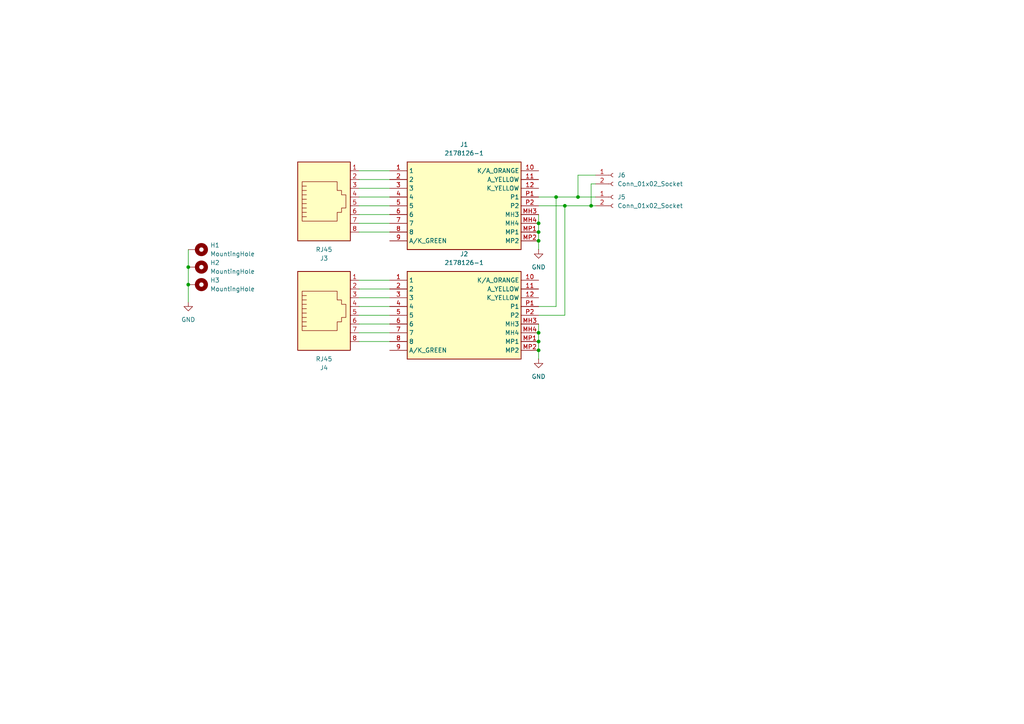
<source format=kicad_sch>
(kicad_sch (version 20231120) (generator "eeschema") (generator_version "8.0")
  (paper "A4")
  (lib_symbols
    (symbol "2178126-1:2178126-1"
      (property "Reference" "J" (at 39.37 7.62 0))
      (property "Value" "2178126-1" (at 39.37 5.08 0))
      (symbol "2178126-1_1_1"
        (rectangle (start 5.08 2.54) (end 38.1 -22.86) (stroke (width 0.254)) (fill (type background)))
        (pin passive line (at 0 0 0) (length 5.08) (name "1") (number "1"))
        (pin passive line (at 43.18 0 180) (length 5.08) (name "K/A_ORANGE") (number "10"))
        (pin passive line (at 43.18 -2.54 180) (length 5.08) (name "A_YELLOW") (number "11"))
        (pin passive line (at 43.18 -5.08 180) (length 5.08) (name "K_YELLOW") (number "12"))
        (pin passive line (at 0 -2.54 0) (length 5.08) (name "2") (number "2"))
        (pin passive line (at 0 -5.08 0) (length 5.08) (name "3") (number "3"))
        (pin passive line (at 0 -7.62 0) (length 5.08) (name "4") (number "4"))
        (pin passive line (at 0 -10.16 0) (length 5.08) (name "5") (number "5"))
        (pin passive line (at 0 -12.7 0) (length 5.08) (name "6") (number "6"))
        (pin passive line (at 0 -15.24 0) (length 5.08) (name "7") (number "7"))
        (pin passive line (at 0 -17.78 0) (length 5.08) (name "8") (number "8"))
        (pin passive line (at 0 -20.32 0) (length 5.08) (name "A/K_GREEN") (number "9"))
        (pin passive line (at 43.18 -12.7 180) (length 5.08) (name "MH3") (number "MH3"))
        (pin passive line (at 43.18 -15.24 180) (length 5.08) (name "MH4") (number "MH4"))
        (pin passive line (at 43.18 -17.78 180) (length 5.08) (name "MP1") (number "MP1"))
        (pin passive line (at 43.18 -20.32 180) (length 5.08) (name "MP2") (number "MP2"))
        (pin passive line (at 43.18 -7.62 180) (length 5.08) (name "P1") (number "P1"))
        (pin passive line (at 43.18 -10.16 180) (length 5.08) (name "P2") (number "P2"))
      )
    )
    (symbol "Connector:Conn_01x02_Socket" (pin_names (offset 1.016) hide)
      (property "Reference" "J" (at 0 2.54 0))
      (property "Value" "Conn_01x02_Socket" (at 0 -5.08 0))
      (symbol "Conn_01x02_Socket_1_1"
        (arc (start 0 -2.032) (mid -0.5058 -2.54) (end 0 -3.048) (stroke (width 0.1524)))
        (polyline (pts (xy -1.27 -2.54) (xy -0.508 -2.54)) (stroke (width 0.1524)))
        (polyline (pts (xy -1.27 0) (xy -0.508 0)) (stroke (width 0.1524)))
        (arc (start 0 0.508) (mid -0.5058 0) (end 0 -0.508) (stroke (width 0.1524)))
        (pin passive line (at -5.08 0 0) (length 3.81) (name "Pin_1") (number "1"))
        (pin passive line (at -5.08 -2.54 0) (length 3.81) (name "Pin_2") (number "2"))
      )
    )
    (symbol "Connector:RJ45" (pin_names (offset 1.016))
      (property "Reference" "J" (at -5.08 13.97 0))
      (property "Value" "RJ45" (at 2.54 13.97 0))
      (symbol "RJ45_0_1"
        (polyline (pts (xy -5.08 4.445) (xy -6.35 4.445)))
        (polyline (pts (xy -5.08 5.715) (xy -6.35 5.715)))
        (polyline (pts (xy -6.35 -3.175) (xy -5.08 -3.175) (xy -5.08 -3.175)))
        (polyline (pts (xy -6.35 -1.905) (xy -5.08 -1.905) (xy -5.08 -1.905)))
        (polyline (pts (xy -6.35 -0.635) (xy -5.08 -0.635) (xy -5.08 -0.635)))
        (polyline (pts (xy -6.35 0.635) (xy -5.08 0.635) (xy -5.08 0.635)))
        (polyline (pts (xy -6.35 1.905) (xy -5.08 1.905) (xy -5.08 1.905)))
        (polyline (pts (xy -5.08 3.175) (xy -6.35 3.175) (xy -6.35 3.175)))
        (polyline (pts (xy -6.35 -4.445) (xy -6.35 6.985) (xy 3.81 6.985) (xy 3.81 4.445) (xy 5.08 4.445) (xy 5.08 3.175) (xy 6.35 3.175) (xy 6.35 -0.635) (xy 5.08 -0.635) (xy 5.08 -1.905) (xy 3.81 -1.905) (xy 3.81 -4.445) (xy -6.35 -4.445) (xy -6.35 -4.445)))
        (rectangle (start 7.62 12.7) (end -7.62 -10.16) (stroke (width 0.254)) (fill (type background)))
      )
      (symbol "RJ45_1_1"
        (pin passive line (at 10.16 -7.62 180) (length 2.54) (name "~") (number "1"))
        (pin passive line (at 10.16 -5.08 180) (length 2.54) (name "~") (number "2"))
        (pin passive line (at 10.16 -2.54 180) (length 2.54) (name "~") (number "3"))
        (pin passive line (at 10.16 0 180) (length 2.54) (name "~") (number "4"))
        (pin passive line (at 10.16 2.54 180) (length 2.54) (name "~") (number "5"))
        (pin passive line (at 10.16 5.08 180) (length 2.54) (name "~") (number "6"))
        (pin passive line (at 10.16 7.62 180) (length 2.54) (name "~") (number "7"))
        (pin passive line (at 10.16 10.16 180) (length 2.54) (name "~") (number "8"))
      )
    )
    (symbol "Mechanical:MountingHole_Pad" (pin_numbers hide) (pin_names (offset 1.016) hide) (exclude_from_sim yes) (in_bom no)
      (property "Reference" "H" (at 0 6.35 0))
      (property "Value" "MountingHole_Pad" (at 0 4.445 0))
      (symbol "MountingHole_Pad_0_1"
        (circle (center 0 1.27) (radius 1.27) (stroke (width 1.27)))
      )
      (symbol "MountingHole_Pad_1_1"
        (pin input line (at 0 -2.54 90) (length 2.54) (name "1") (number "1"))
      )
    )
    (symbol "power:GND" (power) (pin_numbers hide) (pin_names (offset 0) hide)
      (property "Value" "GND" (at 0 -3.81 0))
      (symbol "GND_0_1"
        (polyline (pts (xy 0 0) (xy 0 -1.27) (xy 1.27 -1.27) (xy 0 -2.54) (xy -1.27 -1.27) (xy 0 -1.27)))
      )
      (symbol "GND_1_1"
        (pin power_in line (at 0 0 270) (length 0) (name "~") (number "1"))
      )
    )
  )
  (junction (at 156.21 67.31))
  (junction (at 156.21 69.85))
  (junction (at 171.45 59.69))
  (junction (at 161.29 57.15))
  (junction (at 156.21 99.06))
  (junction (at 163.83 59.69))
  (junction (at 54.61 77.47))
  (junction (at 156.21 96.52))
  (junction (at 156.21 101.6))
  (junction (at 54.61 82.55))
  (junction (at 167.64 57.15))
  (junction (at 156.21 64.77))
  (wire (pts (xy 156.21 64.77) (xy 156.21 67.31)))
  (wire (pts (xy 161.29 57.15) (xy 167.64 57.15)))
  (wire (pts (xy 104.14 59.69) (xy 113.03 59.69)))
  (wire (pts (xy 171.45 59.69) (xy 172.72 59.69)))
  (wire (pts (xy 167.64 57.15) (xy 172.72 57.15)))
  (wire (pts (xy 156.21 62.23) (xy 156.21 64.77)))
  (wire (pts (xy 156.21 96.52) (xy 156.21 99.06)))
  (wire (pts (xy 167.64 50.8) (xy 167.64 57.15)))
  (wire (pts (xy 104.14 93.98) (xy 113.03 93.98)))
  (wire (pts (xy 163.83 59.69) (xy 171.45 59.69)))
  (wire (pts (xy 104.14 64.77) (xy 113.03 64.77)))
  (wire (pts (xy 104.14 96.52) (xy 113.03 96.52)))
  (wire (pts (xy 156.21 99.06) (xy 156.21 101.6)))
  (wire (pts (xy 161.29 57.15) (xy 161.29 88.9)))
  (wire (pts (xy 104.14 86.36) (xy 113.03 86.36)))
  (wire (pts (xy 156.21 93.98) (xy 156.21 96.52)))
  (wire (pts (xy 104.14 81.28) (xy 113.03 81.28)))
  (wire (pts (xy 156.21 67.31) (xy 156.21 69.85)))
  (wire (pts (xy 54.61 82.55) (xy 54.61 87.63)))
  (wire (pts (xy 171.45 53.34) (xy 171.45 59.69)))
  (wire (pts (xy 163.83 59.69) (xy 163.83 91.44)))
  (wire (pts (xy 156.21 57.15) (xy 161.29 57.15)))
  (wire (pts (xy 104.14 67.31) (xy 113.03 67.31)))
  (wire (pts (xy 104.14 91.44) (xy 113.03 91.44)))
  (wire (pts (xy 156.21 69.85) (xy 156.21 72.39)))
  (wire (pts (xy 172.72 53.34) (xy 171.45 53.34)))
  (wire (pts (xy 156.21 101.6) (xy 156.21 104.14)))
  (wire (pts (xy 104.14 83.82) (xy 113.03 83.82)))
  (wire (pts (xy 163.83 91.44) (xy 156.21 91.44)))
  (wire (pts (xy 161.29 88.9) (xy 156.21 88.9)))
  (wire (pts (xy 104.14 49.53) (xy 113.03 49.53)))
  (wire (pts (xy 104.14 99.06) (xy 113.03 99.06)))
  (wire (pts (xy 104.14 62.23) (xy 113.03 62.23)))
  (wire (pts (xy 104.14 52.07) (xy 113.03 52.07)))
  (wire (pts (xy 156.21 59.69) (xy 163.83 59.69)))
  (wire (pts (xy 54.61 72.39) (xy 54.61 77.47)))
  (wire (pts (xy 104.14 57.15) (xy 113.03 57.15)))
  (wire (pts (xy 54.61 77.47) (xy 54.61 82.55)))
  (wire (pts (xy 172.72 50.8) (xy 167.64 50.8)))
  (wire (pts (xy 104.14 88.9) (xy 113.03 88.9)))
  (wire (pts (xy 104.14 54.61) (xy 113.03 54.61)))
  (symbol (lib_id "power:GND") (at 156.21 72.39 0) (unit 1)
    (property "Reference" "#PWR03" (effects (hide yes)))
    (property "Value" "GND" (at 156.21 77.47 0))
    (property "Description" "Power symbol creates a global label with name \"GND\" , ground" (effects (hide yes)))
  )
  (symbol (lib_id "Mechanical:MountingHole_Pad") (at 57.15 77.47 270) (unit 1) (exclude_from_sim yes) (in_bom no)
    (property "Reference" "H2" (at 60.96 76.1999 90) (effects (justify left)))
    (property "Value" "MountingHole" (at 60.96 78.7399 90) (effects (justify left)))
    (property "Footprint" "MountingHole:MountingHole_2.5mm_Pad_Via" (effects (hide yes)))
    (property "Description" "Mounting Hole with connection" (effects (hide yes)))
  )
  (symbol (lib_id "Mechanical:MountingHole_Pad") (at 57.15 72.39 270) (unit 1) (exclude_from_sim yes) (in_bom no)
    (property "Reference" "H1" (at 60.96 71.1199 90) (effects (justify left)))
    (property "Value" "MountingHole" (at 60.96 73.6599 90) (effects (justify left)))
    (property "Footprint" "MountingHole:MountingHole_2.5mm_Pad_Via" (effects (hide yes)))
    (property "Description" "Mounting Hole with connection" (effects (hide yes)))
  )
  (symbol (lib_id "Connector:Conn_01x02_Socket") (at 177.8 57.15 0) (unit 1)
    (property "Reference" "J5" (at 179.07 57.1499 0) (effects (justify left)))
    (property "Value" "Conn_01x02_Socket" (at 179.07 59.6899 0) (effects (justify left)))
    (property "Footprint" "Connector_AMASS:AMASS_XT30PW-M_1x02_P2.50mm_Horizontal" (effects (hide yes)))
    (property "Description" "Generic connector, single row, 01x02, script generated" (effects (hide yes)))
  )
  (symbol (lib_id "power:GND") (at 156.21 104.14 0) (unit 1)
    (property "Reference" "#PWR02" (effects (hide yes)))
    (property "Value" "GND" (at 156.21 109.22 0))
    (property "Description" "Power symbol creates a global label with name \"GND\" , ground" (effects (hide yes)))
  )
  (symbol (lib_id "2178126-1:2178126-1") (at 113.03 49.53 0) (unit 1)
    (property "Reference" "J1" (at 134.62 41.91 0))
    (property "Value" "2178126-1" (at 134.62 44.45 0))
    (property "Footprint" "lib:21781261" (effects (hide yes)))
    (property "Datasheet" "https://www.te.com/commerce/DocumentDelivery/DDEController?Action=srchrtrv&DocNm=1-1773707-2_CLOUDSPLITTEROV_BROCHURE&DocType=DS&DocLang=English" (effects (hide yes)))
    (property "Description" "Modular Connectors / Ethernet Connectors Mod Jack Cldspltr SMT shlded" (effects (hide yes)))
    (property "Height" "14.43" (effects (hide yes)))
    (property "Mouser Part Number" "571-2178126-1" (effects (hide yes)))
    (property "Mouser Price/Stock" "https://www.mouser.co.uk/ProductDetail/TE-Connectivity-PB/2178126-1?qs=jA5Ki6243ol6GpSdLLgnTA%3D%3D" (effects (hide yes)))
    (property "Manufacturer_Name" "TE Connectivity" (effects (hide yes)))
    (property "Manufacturer_Part_Number" "2178126-1" (effects (hide yes)))
  )
  (symbol (lib_id "Connector:Conn_01x02_Socket") (at 177.8 50.8 0) (unit 1)
    (property "Reference" "J6" (at 179.07 50.7999 0) (effects (justify left)))
    (property "Value" "Conn_01x02_Socket" (at 179.07 53.3399 0) (effects (justify left)))
    (property "Footprint" "Connector_AMASS:AMASS_XT30PW-M_1x02_P2.50mm_Horizontal" (effects (hide yes)))
    (property "Description" "Generic connector, single row, 01x02, script generated" (effects (hide yes)))
  )
  (symbol (lib_id "power:GND") (at 54.61 87.63 0) (unit 1)
    (property "Reference" "#PWR01" (effects (hide yes)))
    (property "Value" "GND" (at 54.61 92.71 0))
    (property "Description" "Power symbol creates a global label with name \"GND\" , ground" (effects (hide yes)))
  )
  (symbol (lib_id "2178126-1:2178126-1") (at 113.03 81.28 0) (unit 1)
    (property "Reference" "J2" (at 134.62 73.66 0))
    (property "Value" "2178126-1" (at 134.62 76.2 0))
    (property "Footprint" "lib:21781261" (effects (hide yes)))
    (property "Datasheet" "https://www.te.com/commerce/DocumentDelivery/DDEController?Action=srchrtrv&DocNm=1-1773707-2_CLOUDSPLITTEROV_BROCHURE&DocType=DS&DocLang=English" (effects (hide yes)))
    (property "Description" "Modular Connectors / Ethernet Connectors Mod Jack Cldspltr SMT shlded" (effects (hide yes)))
    (property "Height" "14.43" (effects (hide yes)))
    (property "Mouser Part Number" "571-2178126-1" (effects (hide yes)))
    (property "Mouser Price/Stock" "https://www.mouser.co.uk/ProductDetail/TE-Connectivity-PB/2178126-1?qs=jA5Ki6243ol6GpSdLLgnTA%3D%3D" (effects (hide yes)))
    (property "Manufacturer_Name" "TE Connectivity" (effects (hide yes)))
    (property "Manufacturer_Part_Number" "2178126-1" (effects (hide yes)))
  )
  (symbol (lib_id "Connector:RJ45") (at 93.98 88.9 0) (mirror x) (unit 1)
    (property "Reference" "J4" (at 93.98 106.68 0))
    (property "Value" "RJ45" (at 93.98 104.14 0))
    (property "Footprint" "Connector_RJ:RJ45_Amphenol_54602-x08_Horizontal" (effects (hide yes)))
    (property "Description" "RJ connector, 8P8C (8 positions 8 connected)" (effects (hide yes)))
  )
  (symbol (lib_id "Connector:RJ45") (at 93.98 57.15 0) (mirror x) (unit 1)
    (property "Reference" "J3" (at 93.98 74.93 0))
    (property "Value" "RJ45" (at 93.98 72.39 0))
    (property "Footprint" "Connector_RJ:RJ45_Amphenol_54602-x08_Horizontal" (effects (hide yes)))
    (property "Description" "RJ connector, 8P8C (8 positions 8 connected)" (effects (hide yes)))
  )
  (symbol (lib_id "Mechanical:MountingHole_Pad") (at 57.15 82.55 270) (unit 1) (exclude_from_sim yes) (in_bom no)
    (property "Reference" "H3" (at 60.96 81.2799 90) (effects (justify left)))
    (property "Value" "MountingHole" (at 60.96 83.8199 90) (effects (justify left)))
    (property "Footprint" "MountingHole:MountingHole_2.5mm_Pad_Via" (effects (hide yes)))
    (property "Description" "Mounting Hole with connection" (effects (hide yes)))
  )
)
</source>
